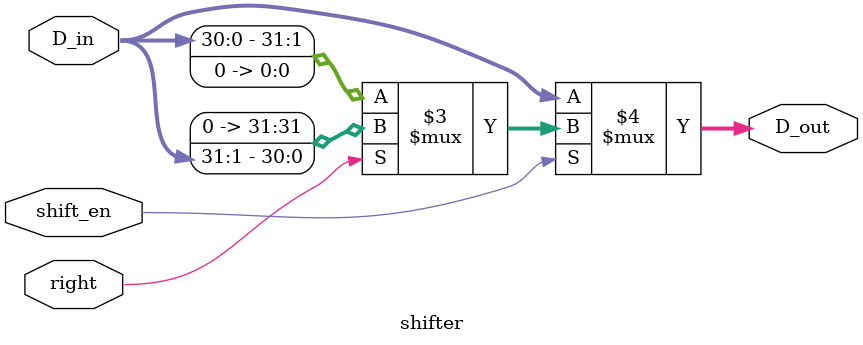
<source format=v>
`timescale 1ns / 1ps
module shifter(
    input shift_en,
    input right,
    input [31:0] D_in,
    output [31:0] D_out
    );
	 
	 assign D_out = (shift_en)?((right)?(D_in>>1):(D_in<<1)):D_in;


endmodule

</source>
